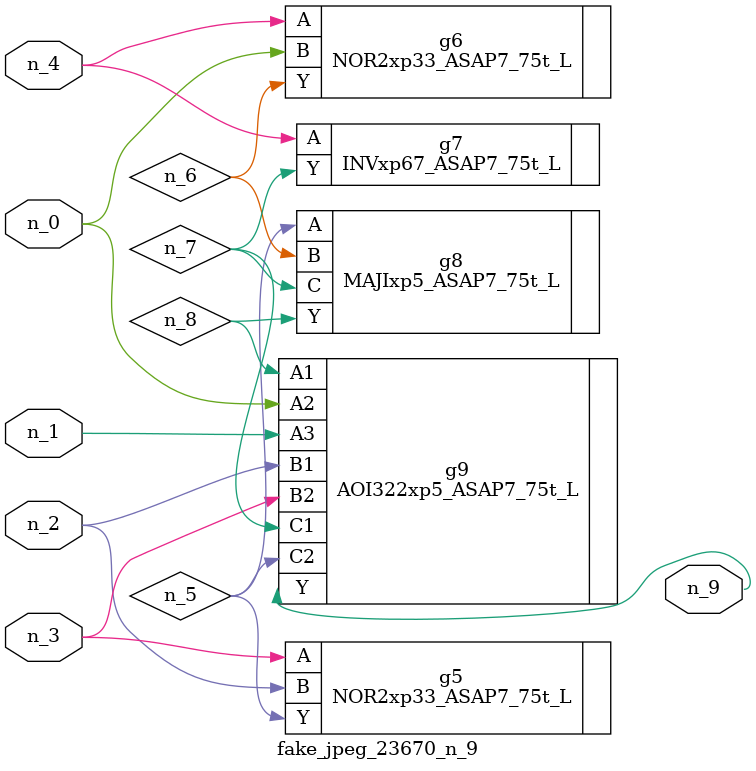
<source format=v>
module fake_jpeg_23670_n_9 (n_3, n_2, n_1, n_0, n_4, n_9);

input n_3;
input n_2;
input n_1;
input n_0;
input n_4;

output n_9;

wire n_8;
wire n_6;
wire n_5;
wire n_7;

NOR2xp33_ASAP7_75t_L g5 ( 
.A(n_3),
.B(n_2),
.Y(n_5)
);

NOR2xp33_ASAP7_75t_L g6 ( 
.A(n_4),
.B(n_0),
.Y(n_6)
);

INVxp67_ASAP7_75t_L g7 ( 
.A(n_4),
.Y(n_7)
);

MAJIxp5_ASAP7_75t_L g8 ( 
.A(n_5),
.B(n_6),
.C(n_7),
.Y(n_8)
);

AOI322xp5_ASAP7_75t_L g9 ( 
.A1(n_8),
.A2(n_0),
.A3(n_1),
.B1(n_2),
.B2(n_3),
.C1(n_7),
.C2(n_5),
.Y(n_9)
);


endmodule
</source>
